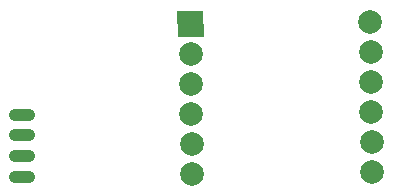
<source format=gbr>
%FSLAX34Y34*%
%MOMM*%
%LNSOLDERMASK_BOTTOM*%
G71*
G01*
%ADD10C,1.000*%
%ADD11C,2.000*%
%LPD*%
G54D10*
X298500Y79500D02*
X310500Y79500D01*
G54D10*
X298500Y62000D02*
X310500Y62000D01*
G54D10*
X298500Y44500D02*
X310500Y44500D01*
G54D10*
X298500Y27000D02*
X310500Y27000D01*
G36*
X457735Y167739D02*
X457927Y145739D01*
X435928Y145547D01*
X435736Y167547D01*
X457735Y167739D01*
G37*
X447053Y131244D02*
G54D11*
D03*
X447275Y105845D02*
G54D11*
D03*
X447497Y80446D02*
G54D11*
D03*
X447718Y55047D02*
G54D11*
D03*
X447940Y29648D02*
G54D11*
D03*
X600334Y30978D02*
G54D11*
D03*
X600112Y56377D02*
G54D11*
D03*
X599891Y81776D02*
G54D11*
D03*
X599669Y107175D02*
G54D11*
D03*
X599448Y132574D02*
G54D11*
D03*
X599226Y157973D02*
G54D11*
D03*
M02*

</source>
